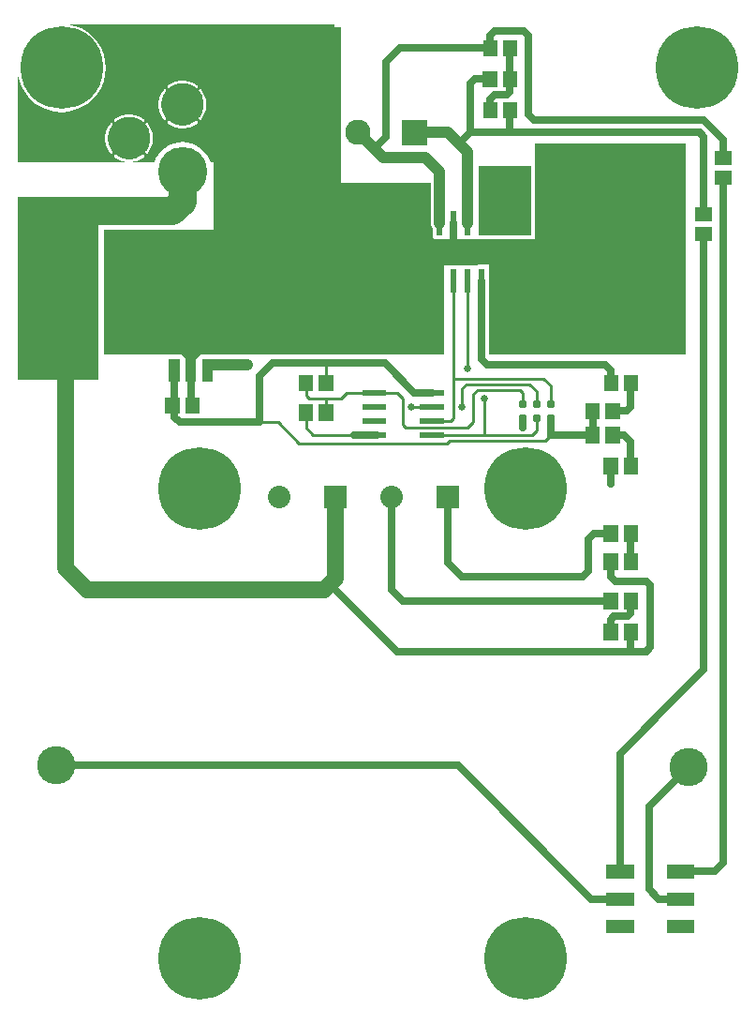
<source format=gbr>
G04 start of page 2 for group 0 idx 0 *
G04 Title: (unknown), top *
G04 Creator: pcb 4.0.2 *
G04 CreationDate: Mon Nov 22 04:13:10 2021 UTC *
G04 For: ndholmes *
G04 Format: Gerber/RS-274X *
G04 PCB-Dimensions (mil): 2600.00 3500.00 *
G04 PCB-Coordinate-Origin: lower left *
%MOIN*%
%FSLAX25Y25*%
%LNTOP*%
%ADD32C,0.0420*%
%ADD31C,0.0550*%
%ADD30C,0.0390*%
%ADD29C,0.1285*%
%ADD28C,0.1100*%
%ADD27C,0.1250*%
%ADD26C,0.0960*%
%ADD25C,0.0120*%
%ADD24C,0.0260*%
%ADD23C,0.0310*%
%ADD22C,0.0800*%
%ADD21C,0.0900*%
%ADD20C,0.2937*%
%ADD19C,0.1500*%
%ADD18C,0.1750*%
%ADD17C,0.1360*%
%ADD16C,0.0600*%
%ADD15C,0.1000*%
%ADD14C,0.0400*%
%ADD13C,0.0100*%
%ADD12C,0.0250*%
%ADD11C,0.0001*%
G54D11*G36*
X150000Y272000D02*X154940D01*
X155004Y271974D01*
X155249Y271915D01*
X155500Y271900D01*
X157751Y271915D01*
X157996Y271974D01*
X158060Y272000D01*
X169000D01*
Y263000D01*
X150000D01*
Y272000D01*
G37*
G36*
X184000Y273500D02*X165500D01*
Y287000D01*
X184000D01*
Y273500D01*
G37*
G36*
X164500Y272000D02*X193500D01*
Y263000D01*
X164500D01*
Y272000D01*
G37*
G36*
X185500Y306000D02*X239000D01*
Y231000D01*
X185500D01*
Y306000D01*
G37*
G36*
X169000Y264000D02*X189500D01*
Y231000D01*
X169000D01*
Y264000D01*
G37*
G36*
X184000Y283000D02*X165500D01*
Y298000D01*
X184000D01*
Y283000D01*
G37*
G36*
X1500Y287000D02*X30000D01*
Y222000D01*
X1500D01*
Y287000D01*
G37*
G36*
X32000Y275500D02*X87500D01*
Y231000D01*
X64610D01*
X64596Y231017D01*
X64327Y231247D01*
X64025Y231432D01*
X63697Y231567D01*
X63353Y231650D01*
X63000Y231678D01*
X62647Y231650D01*
X62303Y231567D01*
X61975Y231432D01*
X61673Y231247D01*
X61404Y231017D01*
X61390Y231000D01*
X32000D01*
Y275500D01*
G37*
G36*
X147500Y264500D02*X153000D01*
Y231000D01*
X147500D01*
Y264500D01*
G37*
G36*
X67155Y322245D02*X67319Y321638D01*
X67435Y320988D01*
X67493Y320330D01*
Y319670D01*
X67435Y319012D01*
X67319Y318362D01*
X67155Y317755D01*
Y322245D01*
G37*
G36*
X114000Y299500D02*X70078D01*
X69518Y300850D01*
X68643Y302279D01*
X67554Y303554D01*
X67155Y303895D01*
Y315396D01*
X67530Y316039D01*
X67849Y316716D01*
X68107Y317419D01*
X68303Y318142D01*
X68434Y318880D01*
X68500Y319626D01*
Y320374D01*
X68434Y321121D01*
X68303Y321858D01*
X68107Y322581D01*
X67849Y323284D01*
X67530Y323961D01*
X67155Y324604D01*
Y348500D01*
X114000D01*
Y299500D01*
G37*
G36*
X67155Y303895D02*X66279Y304643D01*
X64850Y305518D01*
X63301Y306160D01*
X61671Y306551D01*
X60004Y306683D01*
Y311500D01*
X60374D01*
X61121Y311566D01*
X61858Y311697D01*
X62581Y311893D01*
X63284Y312151D01*
X63961Y312470D01*
X64608Y312848D01*
X65219Y313281D01*
X65279Y313334D01*
X65328Y313396D01*
X65368Y313466D01*
X65396Y313540D01*
X65412Y313619D01*
X65416Y313698D01*
X65407Y313778D01*
X65386Y313855D01*
X65353Y313927D01*
X65309Y313994D01*
X65256Y314053D01*
X65193Y314103D01*
X65124Y314143D01*
X65049Y314171D01*
X64971Y314187D01*
X64891Y314191D01*
X64812Y314182D01*
X64735Y314161D01*
X64662Y314128D01*
X64596Y314083D01*
X64062Y313695D01*
X63492Y313362D01*
X62895Y313081D01*
X62275Y312853D01*
X61638Y312681D01*
X60988Y312565D01*
X60330Y312507D01*
X60004D01*
Y327493D01*
X60330D01*
X60988Y327435D01*
X61638Y327319D01*
X62275Y327147D01*
X62895Y326919D01*
X63492Y326638D01*
X64062Y326305D01*
X64601Y325923D01*
X64666Y325879D01*
X64737Y325846D01*
X64813Y325825D01*
X64891Y325817D01*
X64970Y325820D01*
X65047Y325836D01*
X65121Y325864D01*
X65189Y325903D01*
X65251Y325952D01*
X65304Y326010D01*
X65347Y326076D01*
X65379Y326148D01*
X65400Y326224D01*
X65409Y326302D01*
X65405Y326381D01*
X65389Y326458D01*
X65361Y326531D01*
X65322Y326600D01*
X65273Y326661D01*
X65214Y326713D01*
X64608Y327152D01*
X63961Y327530D01*
X63284Y327849D01*
X62581Y328107D01*
X61858Y328303D01*
X61121Y328434D01*
X60374Y328500D01*
X60004D01*
Y348500D01*
X67155D01*
Y324604D01*
X67152Y324608D01*
X66719Y325219D01*
X66666Y325279D01*
X66604Y325328D01*
X66534Y325368D01*
X66460Y325396D01*
X66381Y325412D01*
X66302Y325416D01*
X66222Y325407D01*
X66145Y325386D01*
X66073Y325353D01*
X66006Y325309D01*
X65947Y325256D01*
X65897Y325193D01*
X65857Y325124D01*
X65829Y325049D01*
X65813Y324971D01*
X65809Y324891D01*
X65818Y324812D01*
X65839Y324735D01*
X65872Y324662D01*
X65917Y324596D01*
X66305Y324062D01*
X66638Y323492D01*
X66919Y322895D01*
X67147Y322275D01*
X67155Y322245D01*
Y317755D01*
X67147Y317725D01*
X66919Y317105D01*
X66638Y316508D01*
X66305Y315938D01*
X65923Y315399D01*
X65879Y315334D01*
X65846Y315263D01*
X65825Y315187D01*
X65817Y315109D01*
X65820Y315030D01*
X65836Y314953D01*
X65864Y314879D01*
X65903Y314811D01*
X65952Y314749D01*
X66010Y314696D01*
X66076Y314653D01*
X66148Y314621D01*
X66224Y314600D01*
X66302Y314591D01*
X66381Y314595D01*
X66458Y314611D01*
X66531Y314639D01*
X66600Y314678D01*
X66661Y314727D01*
X66713Y314786D01*
X67152Y315392D01*
X67155Y315396D01*
Y303895D01*
G37*
G36*
X60004Y306683D02*X60000Y306683D01*
X58329Y306551D01*
X56699Y306160D01*
X55150Y305518D01*
X53721Y304643D01*
X52845Y303895D01*
Y315396D01*
X52848Y315392D01*
X53281Y314781D01*
X53334Y314721D01*
X53396Y314672D01*
X53466Y314632D01*
X53540Y314604D01*
X53619Y314588D01*
X53698Y314584D01*
X53778Y314593D01*
X53855Y314614D01*
X53927Y314647D01*
X53994Y314691D01*
X54053Y314744D01*
X54103Y314807D01*
X54143Y314876D01*
X54171Y314951D01*
X54187Y315029D01*
X54191Y315109D01*
X54182Y315188D01*
X54161Y315265D01*
X54128Y315338D01*
X54083Y315404D01*
X53695Y315938D01*
X53362Y316508D01*
X53081Y317105D01*
X52853Y317725D01*
X52845Y317755D01*
Y322245D01*
X52853Y322275D01*
X53081Y322895D01*
X53362Y323492D01*
X53695Y324062D01*
X54077Y324601D01*
X54121Y324666D01*
X54154Y324737D01*
X54175Y324813D01*
X54183Y324891D01*
X54180Y324970D01*
X54164Y325047D01*
X54136Y325121D01*
X54097Y325189D01*
X54048Y325251D01*
X53990Y325304D01*
X53924Y325347D01*
X53852Y325379D01*
X53776Y325400D01*
X53698Y325409D01*
X53619Y325405D01*
X53542Y325389D01*
X53469Y325361D01*
X53400Y325322D01*
X53339Y325273D01*
X53287Y325214D01*
X52848Y324608D01*
X52845Y324604D01*
Y348500D01*
X60004D01*
Y328500D01*
X59626D01*
X58879Y328434D01*
X58142Y328303D01*
X57419Y328107D01*
X56716Y327849D01*
X56039Y327530D01*
X55392Y327152D01*
X54781Y326719D01*
X54721Y326666D01*
X54672Y326604D01*
X54632Y326534D01*
X54604Y326460D01*
X54588Y326381D01*
X54584Y326302D01*
X54593Y326222D01*
X54614Y326145D01*
X54647Y326073D01*
X54691Y326006D01*
X54744Y325947D01*
X54807Y325897D01*
X54876Y325857D01*
X54951Y325829D01*
X55029Y325813D01*
X55109Y325809D01*
X55188Y325818D01*
X55265Y325839D01*
X55338Y325872D01*
X55404Y325917D01*
X55938Y326305D01*
X56508Y326638D01*
X57105Y326919D01*
X57725Y327147D01*
X58362Y327319D01*
X59012Y327435D01*
X59670Y327493D01*
X60004D01*
Y312507D01*
X59670D01*
X59012Y312565D01*
X58362Y312681D01*
X57725Y312853D01*
X57105Y313081D01*
X56508Y313362D01*
X55938Y313695D01*
X55399Y314077D01*
X55334Y314121D01*
X55263Y314154D01*
X55187Y314175D01*
X55109Y314183D01*
X55030Y314180D01*
X54953Y314164D01*
X54879Y314136D01*
X54811Y314097D01*
X54749Y314048D01*
X54696Y313990D01*
X54653Y313924D01*
X54621Y313852D01*
X54600Y313776D01*
X54591Y313698D01*
X54595Y313619D01*
X54611Y313542D01*
X54639Y313469D01*
X54678Y313400D01*
X54727Y313339D01*
X54786Y313287D01*
X55392Y312848D01*
X56039Y312470D01*
X56716Y312151D01*
X57419Y311893D01*
X58142Y311697D01*
X58879Y311566D01*
X59626Y311500D01*
X60004D01*
Y306683D01*
G37*
G36*
X52845Y317755D02*X52681Y318362D01*
X52565Y319012D01*
X52507Y319670D01*
Y320330D01*
X52565Y320988D01*
X52681Y321638D01*
X52845Y322245D01*
Y317755D01*
G37*
G36*
X48155Y310245D02*X48319Y309638D01*
X48435Y308988D01*
X48493Y308330D01*
Y307670D01*
X48435Y307012D01*
X48319Y306362D01*
X48155Y305755D01*
Y310245D01*
G37*
G36*
X52845Y303895D02*X52446Y303554D01*
X51357Y302279D01*
X50482Y300850D01*
X49922Y299500D01*
X48155D01*
Y303396D01*
X48530Y304039D01*
X48849Y304716D01*
X49107Y305419D01*
X49303Y306142D01*
X49434Y306880D01*
X49500Y307626D01*
Y308374D01*
X49434Y309121D01*
X49303Y309858D01*
X49107Y310581D01*
X48849Y311284D01*
X48530Y311961D01*
X48155Y312604D01*
Y348500D01*
X52845D01*
Y324604D01*
X52470Y323961D01*
X52151Y323284D01*
X51893Y322581D01*
X51697Y321858D01*
X51566Y321121D01*
X51500Y320374D01*
Y319626D01*
X51566Y318880D01*
X51697Y318142D01*
X51893Y317419D01*
X52151Y316716D01*
X52470Y316039D01*
X52845Y315396D01*
Y303895D01*
G37*
G36*
X48155Y299500D02*X41004D01*
Y299500D01*
X41374D01*
X42120Y299566D01*
X42858Y299697D01*
X43581Y299893D01*
X44284Y300151D01*
X44961Y300470D01*
X45608Y300848D01*
X46219Y301281D01*
X46279Y301334D01*
X46328Y301396D01*
X46368Y301466D01*
X46396Y301540D01*
X46412Y301619D01*
X46416Y301698D01*
X46407Y301778D01*
X46386Y301855D01*
X46353Y301927D01*
X46309Y301994D01*
X46256Y302053D01*
X46193Y302103D01*
X46124Y302143D01*
X46049Y302171D01*
X45971Y302187D01*
X45891Y302191D01*
X45812Y302182D01*
X45735Y302161D01*
X45662Y302128D01*
X45596Y302083D01*
X45062Y301695D01*
X44492Y301362D01*
X43895Y301081D01*
X43275Y300853D01*
X42638Y300681D01*
X41988Y300565D01*
X41330Y300507D01*
X41004D01*
Y315493D01*
X41330D01*
X41988Y315435D01*
X42638Y315319D01*
X43275Y315147D01*
X43895Y314919D01*
X44492Y314638D01*
X45062Y314305D01*
X45601Y313923D01*
X45666Y313879D01*
X45737Y313846D01*
X45813Y313825D01*
X45891Y313817D01*
X45970Y313820D01*
X46047Y313836D01*
X46121Y313864D01*
X46189Y313903D01*
X46251Y313952D01*
X46304Y314010D01*
X46347Y314076D01*
X46379Y314148D01*
X46400Y314224D01*
X46409Y314302D01*
X46405Y314381D01*
X46389Y314458D01*
X46361Y314531D01*
X46322Y314600D01*
X46273Y314661D01*
X46214Y314713D01*
X45608Y315152D01*
X44961Y315530D01*
X44284Y315849D01*
X43581Y316107D01*
X42858Y316303D01*
X42120Y316434D01*
X41374Y316500D01*
X41004D01*
Y348500D01*
X48155D01*
Y312604D01*
X48152Y312608D01*
X47719Y313219D01*
X47666Y313279D01*
X47604Y313328D01*
X47534Y313368D01*
X47460Y313396D01*
X47381Y313412D01*
X47302Y313416D01*
X47222Y313407D01*
X47145Y313386D01*
X47073Y313353D01*
X47006Y313309D01*
X46947Y313256D01*
X46897Y313193D01*
X46857Y313124D01*
X46829Y313049D01*
X46813Y312971D01*
X46809Y312891D01*
X46818Y312812D01*
X46839Y312735D01*
X46872Y312662D01*
X46917Y312596D01*
X47305Y312062D01*
X47638Y311492D01*
X47919Y310895D01*
X48147Y310275D01*
X48155Y310245D01*
Y305755D01*
X48147Y305725D01*
X47919Y305105D01*
X47638Y304508D01*
X47305Y303938D01*
X46923Y303399D01*
X46879Y303334D01*
X46846Y303263D01*
X46825Y303187D01*
X46817Y303109D01*
X46820Y303030D01*
X46836Y302953D01*
X46864Y302879D01*
X46903Y302811D01*
X46952Y302749D01*
X47010Y302696D01*
X47076Y302653D01*
X47148Y302621D01*
X47224Y302600D01*
X47302Y302591D01*
X47381Y302595D01*
X47458Y302611D01*
X47531Y302639D01*
X47600Y302678D01*
X47661Y302727D01*
X47713Y302786D01*
X48152Y303392D01*
X48155Y303396D01*
Y299500D01*
G37*
G36*
X41004D02*X33845D01*
Y303396D01*
X33848Y303392D01*
X34281Y302781D01*
X34334Y302721D01*
X34396Y302672D01*
X34466Y302632D01*
X34540Y302604D01*
X34619Y302588D01*
X34698Y302584D01*
X34778Y302593D01*
X34855Y302614D01*
X34927Y302647D01*
X34994Y302691D01*
X35053Y302744D01*
X35103Y302807D01*
X35143Y302876D01*
X35171Y302951D01*
X35187Y303029D01*
X35191Y303109D01*
X35182Y303188D01*
X35161Y303265D01*
X35128Y303338D01*
X35083Y303404D01*
X34695Y303938D01*
X34362Y304508D01*
X34081Y305105D01*
X33853Y305725D01*
X33845Y305755D01*
Y310245D01*
X33853Y310275D01*
X34081Y310895D01*
X34362Y311492D01*
X34695Y312062D01*
X35077Y312601D01*
X35121Y312666D01*
X35154Y312737D01*
X35175Y312813D01*
X35183Y312891D01*
X35180Y312970D01*
X35164Y313047D01*
X35136Y313121D01*
X35097Y313189D01*
X35048Y313251D01*
X34990Y313304D01*
X34924Y313347D01*
X34852Y313379D01*
X34776Y313400D01*
X34698Y313409D01*
X34619Y313405D01*
X34542Y313389D01*
X34469Y313361D01*
X34400Y313322D01*
X34339Y313273D01*
X34287Y313214D01*
X33848Y312608D01*
X33845Y312604D01*
Y348500D01*
X41004D01*
Y316500D01*
X40626D01*
X39879Y316434D01*
X39142Y316303D01*
X38419Y316107D01*
X37716Y315849D01*
X37039Y315530D01*
X36392Y315152D01*
X35781Y314719D01*
X35721Y314666D01*
X35672Y314604D01*
X35632Y314534D01*
X35604Y314460D01*
X35588Y314381D01*
X35584Y314302D01*
X35593Y314222D01*
X35614Y314145D01*
X35647Y314073D01*
X35691Y314006D01*
X35744Y313947D01*
X35807Y313897D01*
X35876Y313857D01*
X35951Y313829D01*
X36029Y313813D01*
X36109Y313809D01*
X36188Y313818D01*
X36265Y313839D01*
X36338Y313872D01*
X36404Y313917D01*
X36938Y314305D01*
X37508Y314638D01*
X38105Y314919D01*
X38725Y315147D01*
X39362Y315319D01*
X40012Y315435D01*
X40670Y315493D01*
X41004D01*
Y300507D01*
X40670D01*
X40012Y300565D01*
X39362Y300681D01*
X38725Y300853D01*
X38105Y301081D01*
X37508Y301362D01*
X36938Y301695D01*
X36399Y302077D01*
X36334Y302121D01*
X36263Y302154D01*
X36187Y302175D01*
X36109Y302183D01*
X36030Y302180D01*
X35953Y302164D01*
X35879Y302136D01*
X35811Y302097D01*
X35749Y302048D01*
X35696Y301990D01*
X35653Y301924D01*
X35621Y301852D01*
X35600Y301776D01*
X35591Y301698D01*
X35595Y301619D01*
X35611Y301542D01*
X35639Y301469D01*
X35678Y301400D01*
X35727Y301339D01*
X35786Y301287D01*
X36392Y300848D01*
X37039Y300470D01*
X37716Y300151D01*
X38419Y299893D01*
X39142Y299697D01*
X39879Y299566D01*
X40626Y299500D01*
X41004D01*
Y299500D01*
G37*
G36*
X33845Y305755D02*X33681Y306362D01*
X33565Y307012D01*
X33507Y307670D01*
Y308330D01*
X33565Y308988D01*
X33681Y309638D01*
X33845Y310245D01*
Y305755D01*
G37*
G36*
Y299500D02*X1500D01*
Y330378D01*
X2038Y328138D01*
X2982Y325858D01*
X4272Y323753D01*
X5876Y321876D01*
X7753Y320272D01*
X9858Y318982D01*
X12138Y318038D01*
X14539Y317461D01*
X17000Y317268D01*
X19461Y317461D01*
X21862Y318038D01*
X24142Y318982D01*
X26247Y320272D01*
X28124Y321876D01*
X29728Y323753D01*
X31018Y325858D01*
X31962Y328138D01*
X32539Y330539D01*
X32684Y333000D01*
X32539Y335461D01*
X31962Y337862D01*
X31018Y340142D01*
X29728Y342247D01*
X28124Y344124D01*
X26247Y345728D01*
X24142Y347018D01*
X21862Y347962D01*
X19622Y348500D01*
X33845D01*
Y312604D01*
X33470Y311961D01*
X33151Y311284D01*
X32893Y310581D01*
X32697Y309858D01*
X32566Y309121D01*
X32500Y308374D01*
Y307626D01*
X32566Y306880D01*
X32697Y306142D01*
X32893Y305419D01*
X33151Y304716D01*
X33470Y304039D01*
X33845Y303396D01*
Y299500D01*
G37*
G36*
X71000Y347500D02*X116500D01*
Y310235D01*
X116481Y310000D01*
X116500Y309765D01*
Y235000D01*
X71000D01*
Y347500D01*
G37*
G36*
X76500Y292000D02*X148500D01*
Y277750D01*
X148528Y277279D01*
X148638Y276820D01*
X148819Y276384D01*
X149009Y276073D01*
X149014Y273265D01*
X149069Y273035D01*
X149159Y272817D01*
X149283Y272616D01*
X149436Y272436D01*
X149616Y272283D01*
X149817Y272159D01*
X150035Y272069D01*
X150265Y272014D01*
X150500Y272000D01*
X152735Y272014D01*
X152965Y272069D01*
X153000Y272084D01*
Y231000D01*
X76500D01*
Y292000D01*
G37*
G54D12*X252500Y50500D02*X249500Y47500D01*
X237525D01*
X237325Y37500D02*X229500D01*
X226000Y41000D01*
X158000Y85000D02*X205500Y37500D01*
X215675D01*
X237525Y47500D02*X237325Y47300D01*
X215675D02*Y89175D01*
X228000Y101500D01*
X245500Y119000D02*X224500Y98000D01*
X226000Y41000D02*Y70500D01*
X240000Y84500D01*
X212457Y143500D02*X138500D01*
X226500Y127000D02*X225000Y125500D01*
X219543Y132500D02*Y125543D01*
X219500Y125500D01*
X225000D02*X136500D01*
X252500Y293957D02*Y50500D01*
X245500Y273957D02*Y119000D01*
Y122000D02*Y119000D01*
X219543Y167500D02*Y157500D01*
X212457Y132500D02*Y136957D01*
X213500Y138000D01*
X218500D01*
X212457Y152043D02*X214000Y150500D01*
X225000D01*
X226500Y149000D01*
X218500Y138000D02*X219500Y139000D01*
Y143457D01*
X219543Y143500D01*
X226500Y149000D02*Y127000D01*
G54D13*X156000Y202500D02*X177000D01*
X167500Y215500D02*Y202500D01*
X175500Y200500D02*X189000D01*
X191000Y202500D01*
X177000Y200500D02*X155000D01*
X154000Y199500D01*
G54D12*X191000Y208500D02*Y202500D01*
X181000Y208500D02*Y205000D01*
G54D13*X176000Y202500D02*X184500D01*
X186000Y204000D01*
Y208500D01*
G54D12*X154500Y177500D02*Y167500D01*
Y180000D02*Y170000D01*
Y172000D02*Y162000D01*
X167500Y310000D02*X204000D01*
X156500Y277750D02*Y269500D01*
G54D14*X161500Y277750D02*Y303000D01*
X151500Y296000D02*Y277750D01*
G54D12*X202500Y310000D02*X244000D01*
X185000Y314500D02*X245500D01*
X244000Y310000D02*X245500Y308500D01*
Y314500D02*X252500Y307500D01*
Y301043D01*
X245500Y308500D02*Y281043D01*
G54D14*X161500Y303000D02*X154500Y310000D01*
X142500D01*
X122500D02*X131500Y301000D01*
X146500D01*
X151500Y296000D01*
G54D12*X128250Y304250D02*X132500Y308500D01*
G54D15*X36000Y282000D02*X20500D01*
G54D14*X83000Y227500D02*X69000D01*
G54D15*X56500Y282000D02*X36500D01*
G54D16*X18500Y155000D02*Y225000D01*
G54D12*X57094Y225563D02*Y213680D01*
X56414Y213000D01*
X57094Y213500D02*Y208906D01*
X59000Y207000D01*
G54D15*X60000Y296000D02*Y285500D01*
X56500Y282000D01*
G54D13*X156500Y202500D02*X148750D01*
X141500Y212500D02*X148750D01*
G54D12*X142500Y217500D02*X148750D01*
G54D13*X161500Y205000D02*X139500D01*
X138500Y206000D01*
Y215500D01*
X148750Y207500D02*X155500D01*
X156500Y208500D01*
Y257250D01*
Y222500D02*X188500D01*
X161000Y220500D02*X183500D01*
X180000Y218500D02*X165000D01*
X163500Y217000D01*
G54D12*X132000Y228000D02*X142500Y217500D01*
G54D13*X138500Y215500D02*X136500Y217500D01*
X128250D01*
X188500Y222500D02*X191000Y220000D01*
Y213500D01*
X183500Y220500D02*X186000Y218000D01*
Y213500D01*
X181000D02*Y217500D01*
X180000Y218500D01*
X159500Y212500D02*Y219000D01*
X161000Y220500D01*
X163500Y217000D02*Y207000D01*
X161500Y205000D01*
Y257250D02*Y226000D01*
G54D12*X63000Y229421D02*Y213500D01*
X63500Y213000D01*
X59000Y207000D02*X84000D01*
G54D13*X104000Y205000D02*Y210457D01*
X101500Y199500D02*X94000Y207000D01*
G54D16*X114500Y180500D02*Y165000D01*
G54D12*X134500Y180500D02*Y161000D01*
X87500Y210500D02*Y223500D01*
X92000Y228000D01*
G54D13*X104000Y210457D02*X103957Y210500D01*
X94000Y207000D02*X87000D01*
G54D12*X87500D02*Y211000D01*
X92000Y228000D02*X118000D01*
X117000D02*X132000D01*
G54D13*X111043Y220957D02*Y227957D01*
X111000Y228000D01*
X154000Y199500D02*X101500D01*
G54D16*X110500Y147500D02*X26000D01*
X18500Y155000D01*
G54D12*X15000Y85000D02*X158000D01*
X138500Y143500D02*X134500Y147500D01*
X136500Y125500D02*X112500Y149500D01*
X200000Y152000D02*X169500D01*
X204500Y163000D02*Y154000D01*
X202500Y152000D01*
X196000D01*
X212457Y167500D02*X206500D01*
X204500Y165500D01*
Y162000D01*
X212457Y157500D02*Y152043D01*
X205957Y202500D02*X191000D01*
X168500Y227500D02*X196000D01*
X212500Y221000D02*Y225500D01*
X210500Y227500D01*
X189500D01*
X205957Y211000D02*Y202500D01*
X212500Y185000D02*Y191457D01*
X212457Y191500D01*
X159500Y152000D02*X172500D01*
X166500Y257250D02*Y229500D01*
X168500Y227500D01*
X121000Y202500D02*X129000D01*
G54D16*X114500Y167000D02*Y151500D01*
X110500Y147500D01*
G54D12*X134500Y167000D02*Y147500D01*
G54D13*X121000Y202500D02*X106500D01*
G54D12*X154500Y167000D02*Y157000D01*
X159500Y152000D01*
X81500Y207000D02*X87500D01*
G54D13*X128500Y217500D02*X118500D01*
X116500Y215500D01*
X105000D01*
X104000Y216500D01*
Y220914D01*
X103957Y220957D01*
X111000Y215500D02*Y210543D01*
X111043Y210500D01*
X106500Y202500D02*X104000Y205000D01*
G54D12*X219586Y221000D02*Y212586D01*
X218000Y211000D01*
X213043D01*
Y202500D02*X217000D01*
X219500Y200000D01*
Y191543D01*
X219543Y191500D01*
X176586Y340000D02*Y329043D01*
X169500Y321957D02*X171043Y323500D01*
X169457Y329000D02*X164043D01*
X162500Y327500D02*X164000Y329000D01*
X169500Y340000D02*Y344500D01*
X171500Y310000D02*X162500D01*
X158500Y306000D01*
X162500Y310000D02*Y327500D01*
X132500Y308500D02*Y335000D01*
X137500Y340000D01*
X169500D01*
X176500Y310000D02*Y317914D01*
X176586Y318000D01*
X169500Y344500D02*X171000Y346000D01*
X181500D01*
X183000Y344500D01*
X169500Y318000D02*Y321957D01*
X171043Y323500D02*X175543D01*
X176543Y324500D01*
Y329000D01*
X183000Y344500D02*Y316500D01*
X185000Y314500D01*
G54D17*X15000Y85000D03*
G54D18*X60000Y296000D03*
G54D19*Y320000D03*
X41000Y308000D03*
G54D20*X17000Y333000D03*
G54D17*X240000Y84500D03*
G54D11*G36*
X138000Y314500D02*Y305500D01*
X147000D01*
Y314500D01*
X138000D01*
G37*
G54D21*X122500Y310000D03*
G54D20*X243000Y333000D03*
X182000Y16500D03*
X66000D03*
Y183500D03*
G54D11*G36*
X110500Y184500D02*Y176500D01*
X118500D01*
Y184500D01*
X110500D01*
G37*
G54D22*X94500Y180500D03*
X134500D03*
G54D20*X182000Y183500D03*
G54D11*G36*
X150500Y184500D02*Y176500D01*
X158500D01*
Y184500D01*
X150500D01*
G37*
G36*
X210750Y30050D02*Y25350D01*
X220600D01*
Y30050D01*
X210750D01*
G37*
G36*
X232400D02*Y25350D01*
X242250D01*
Y30050D01*
X232400D01*
G37*
G36*
X210750Y39850D02*Y35150D01*
X220600D01*
Y39850D01*
X210750D01*
G37*
G36*
X232400D02*Y35150D01*
X242250D01*
Y39850D01*
X232400D01*
G37*
G36*
X210750Y49650D02*Y44950D01*
X220600D01*
Y49650D01*
X210750D01*
G37*
G36*
X232400D02*Y44950D01*
X242250D01*
Y49650D01*
X232400D01*
G37*
G36*
X215016Y146452D02*X209898D01*
Y140548D01*
X215016D01*
Y146452D01*
G37*
G36*
Y135452D02*X209898D01*
Y129548D01*
X215016D01*
Y135452D01*
G37*
G36*
Y160452D02*X209898D01*
Y154548D01*
X215016D01*
Y160452D01*
G37*
G36*
X222102Y146452D02*X216984D01*
Y140548D01*
X222102D01*
Y146452D01*
G37*
G36*
Y135452D02*X216984D01*
Y129548D01*
X222102D01*
Y135452D01*
G37*
G36*
Y160452D02*X216984D01*
Y154548D01*
X222102D01*
Y160452D01*
G37*
G36*
X215016Y170452D02*X209898D01*
Y164548D01*
X215016D01*
Y170452D01*
G37*
G36*
X222102D02*X216984D01*
Y164548D01*
X222102D01*
Y170452D01*
G37*
G36*
X172548Y272016D02*Y266898D01*
X178452D01*
Y272016D01*
X172548D01*
G37*
G36*
X201870Y292000D02*X193870D01*
Y240000D01*
X201870D01*
Y292000D01*
G37*
G36*
X162500Y261500D02*X160500D01*
Y253000D01*
X162500D01*
Y261500D01*
G37*
G36*
X167500D02*X165500D01*
Y253000D01*
X167500D01*
Y261500D01*
G37*
G36*
Y282000D02*X165500D01*
Y273500D01*
X167500D01*
Y282000D01*
G37*
G36*
X172548Y279102D02*Y273984D01*
X178452D01*
Y279102D01*
X172548D01*
G37*
G36*
X242548Y283602D02*Y278484D01*
X248452D01*
Y283602D01*
X242548D01*
G37*
G36*
Y276516D02*Y271398D01*
X248452D01*
Y276516D01*
X242548D01*
G37*
G36*
X249548Y303602D02*Y298484D01*
X255452D01*
Y303602D01*
X249548D01*
G37*
G36*
Y296516D02*Y291398D01*
X255452D01*
Y296516D01*
X249548D01*
G37*
G36*
X123130Y292000D02*X115130D01*
Y240000D01*
X123130D01*
Y292000D01*
G37*
G36*
X152500Y261500D02*X150500D01*
Y253000D01*
X152500D01*
Y261500D01*
G37*
G36*
X157500D02*X155500D01*
Y253000D01*
X157500D01*
Y261500D01*
G37*
G36*
X152500Y282000D02*X150500D01*
Y273500D01*
X152500D01*
Y282000D01*
G37*
G36*
X162500D02*X160500D01*
Y273500D01*
X162500D01*
Y282000D01*
G37*
G36*
X157500D02*X155500D01*
Y273500D01*
X157500D01*
Y282000D01*
G37*
G36*
X154670Y270750D02*Y264250D01*
X163330D01*
Y270750D01*
X154670D01*
G37*
G36*
X152895Y272225D02*Y262775D01*
X165105D01*
Y272225D01*
X152895D01*
G37*
G36*
X58984Y229500D02*X55204D01*
Y221626D01*
X58984D01*
Y229500D01*
G37*
G36*
X64890Y237216D02*X61110D01*
Y221626D01*
X64890D01*
Y237216D01*
G37*
G36*
X67725Y243675D02*X58275D01*
Y232335D01*
X67725D01*
Y243675D01*
G37*
G36*
X59695Y233755D02*X58275Y232335D01*
X61115Y229495D01*
X62535Y230915D01*
X59695Y233755D01*
G37*
G36*
X67725Y232335D02*X66305Y233755D01*
X63465Y230915D01*
X64885Y229495D01*
X67725Y232335D01*
G37*
G36*
X70796Y229500D02*X67016D01*
Y221626D01*
X70796D01*
Y229500D01*
G37*
G36*
X13858Y268650D02*Y262350D01*
X26457D01*
Y268650D01*
X13858D01*
G37*
G36*
X33543D02*Y262350D01*
X46142D01*
Y268650D01*
X33543D01*
G37*
G36*
X14358Y238650D02*Y232350D01*
X26957D01*
Y238650D01*
X14358D01*
G37*
G36*
X34043D02*Y232350D01*
X46642D01*
Y238650D01*
X34043D01*
G37*
G36*
X58973Y215952D02*X53855D01*
Y210048D01*
X58973D01*
Y215952D01*
G37*
G36*
X66059D02*X60941D01*
Y210048D01*
X66059D01*
Y215952D01*
G37*
G36*
X113602Y213452D02*X108484D01*
Y207548D01*
X113602D01*
Y213452D01*
G37*
G36*
X124000Y218500D02*Y216500D01*
X132500D01*
Y218500D01*
X124000D01*
G37*
G36*
Y213500D02*Y211500D01*
X132500D01*
Y213500D01*
X124000D01*
G37*
G36*
X106516Y213452D02*X101398D01*
Y207548D01*
X106516D01*
Y213452D01*
G37*
G36*
Y223909D02*X101398D01*
Y218005D01*
X106516D01*
Y223909D01*
G37*
G36*
X113602D02*X108484D01*
Y218005D01*
X113602D01*
Y223909D01*
G37*
G36*
X124000Y208500D02*Y206500D01*
X132500D01*
Y208500D01*
X124000D01*
G37*
G36*
Y203500D02*Y201500D01*
X132500D01*
Y203500D01*
X124000D01*
G37*
G36*
X144500D02*Y201500D01*
X153000D01*
Y203500D01*
X144500D01*
G37*
G36*
Y208500D02*Y206500D01*
X153000D01*
Y208500D01*
X144500D01*
G37*
G36*
Y213500D02*Y211500D01*
X153000D01*
Y213500D01*
X144500D01*
G37*
G36*
Y218500D02*Y216500D01*
X153000D01*
Y218500D01*
X144500D01*
G37*
G36*
X215016Y194452D02*X209898D01*
Y188548D01*
X215016D01*
Y194452D01*
G37*
G36*
X215602Y213952D02*X210484D01*
Y208048D01*
X215602D01*
Y213952D01*
G37*
G36*
X208516D02*X203398D01*
Y208048D01*
X208516D01*
Y213952D01*
G37*
G36*
X215059Y223952D02*X209941D01*
Y218048D01*
X215059D01*
Y223952D01*
G37*
G36*
X215602Y205452D02*X210484D01*
Y199548D01*
X215602D01*
Y205452D01*
G37*
G36*
X208516D02*X203398D01*
Y199548D01*
X208516D01*
Y205452D01*
G37*
G36*
X222102Y194452D02*X216984D01*
Y188548D01*
X222102D01*
Y194452D01*
G37*
G36*
X222145Y223952D02*X217027D01*
Y218048D01*
X222145D01*
Y223952D01*
G37*
G54D23*X191000Y213500D03*
Y208500D03*
X186000Y213500D03*
Y208500D03*
X181000Y213500D03*
Y208500D03*
G54D11*G36*
X172016Y331952D02*X166898D01*
Y326048D01*
X172016D01*
Y331952D01*
G37*
G36*
X179102D02*X173984D01*
Y326048D01*
X179102D01*
Y331952D01*
G37*
G36*
X172059Y342952D02*X166941D01*
Y337048D01*
X172059D01*
Y342952D01*
G37*
G36*
X179145D02*X174027D01*
Y337048D01*
X179145D01*
Y342952D01*
G37*
G36*
X172059Y320952D02*X166941D01*
Y315048D01*
X172059D01*
Y320952D01*
G37*
G36*
X179145D02*X174027D01*
Y315048D01*
X179145D01*
Y320952D01*
G37*
G54D24*X181000Y284500D03*
X177000D03*
X173000D03*
X181000Y280500D03*
Y276500D03*
X170000Y276000D03*
X167000Y270000D03*
Y265000D03*
X150500Y270000D03*
Y265000D03*
X170000Y279500D03*
X204000Y280500D03*
Y285500D03*
X181000Y289500D03*
Y294500D03*
X177000D03*
X173000D03*
X177000Y289500D03*
X173000D03*
X204000Y290500D03*
X24000Y260000D03*
X20000D03*
X16000D03*
X24500Y241500D03*
X20500D03*
X16500D03*
X24000Y271500D03*
X20000D03*
X16000D03*
X20500Y229500D03*
X16500D03*
X37000Y282500D03*
X33000D03*
X29000D03*
X24500Y229500D03*
X74500Y227500D03*
X79000D03*
X83000D03*
X55500Y242500D03*
Y238500D03*
Y235000D03*
X70500Y242500D03*
Y238500D03*
Y235000D03*
X121000Y202500D03*
X112500Y251000D03*
Y241500D03*
Y256000D03*
Y246500D03*
X159500Y212500D03*
X167500Y215500D03*
X181000Y205000D03*
X141500Y212500D03*
X161500Y226000D03*
X212500Y185000D03*
X204000Y271000D03*
Y276000D03*
Y266000D03*
Y256000D03*
Y246500D03*
Y261000D03*
Y251500D03*
Y241500D03*
X112500Y266000D03*
Y261000D03*
G54D25*G54D26*G54D27*G54D28*G54D29*G54D26*G54D30*G54D31*G54D29*G54D32*G54D29*G54D32*M02*

</source>
